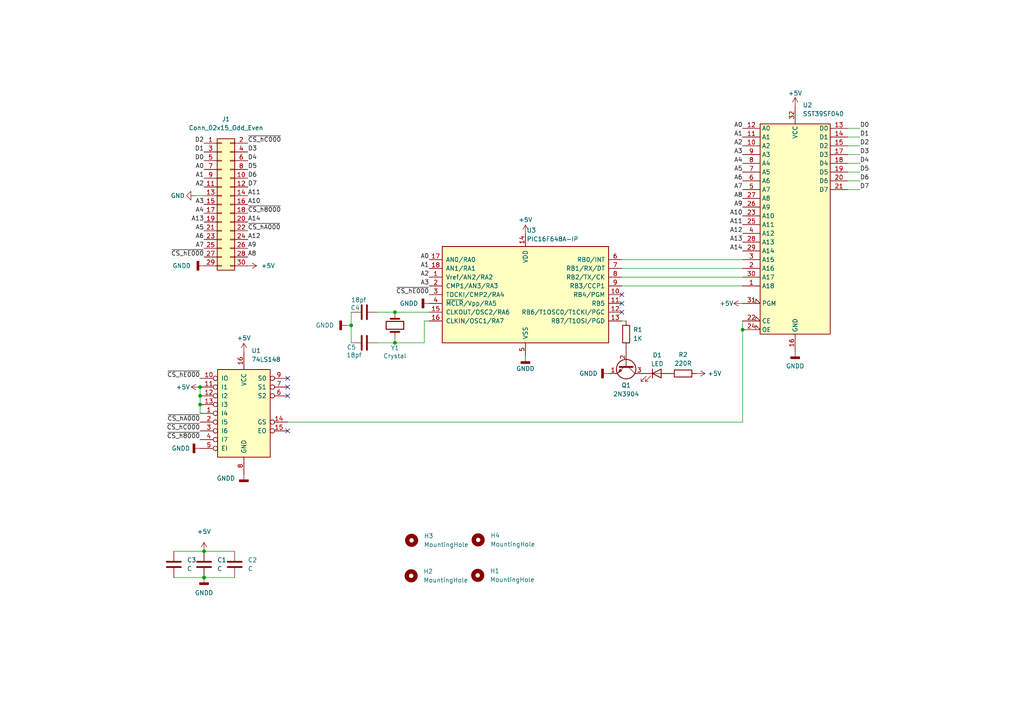
<source format=kicad_sch>
(kicad_sch (version 20230121) (generator eeschema)
  (paper "A4")
  (lib_symbols
    (symbol "74xx:74LS148" (pin_names (offset 1.016))
      (property "Reference" "U" (at -7.62 13.97 0))
      (property "Value" "74LS148" (at -7.62 -13.97 0))
      (symbol "74LS148_1_0"
        (pin input inverted (at -12.7 0 0) (length 5.08) (name "I4") (number "1"))
        (pin input inverted (at -12.7 10.16 0) (length 5.08) (name "IO") (number "10"))
        (pin input inverted (at -12.7 7.62 0) (length 5.08) (name "I1") (number "11"))
        (pin input inverted (at -12.7 5.08 0) (length 5.08) (name "I2") (number "12"))
        (pin input inverted (at -12.7 2.54 0) (length 5.08) (name "I3") (number "13"))
        (pin output inverted (at 12.7 -2.54 180) (length 5.08) (name "GS") (number "14"))
        (pin output inverted (at 12.7 -5.08 180) (length 5.08) (name "EO") (number "15"))
        (pin power_in line (at 0 17.78 270) (length 5.08) (name "VCC") (number "16"))
        (pin input inverted (at -12.7 -2.54 0) (length 5.08) (name "I5") (number "2"))
        (pin input inverted (at -12.7 -5.08 0) (length 5.08) (name "I6") (number "3"))
        (pin input inverted (at -12.7 -7.62 0) (length 5.08) (name "I7") (number "4"))
        (pin input inverted (at -12.7 -10.16 0) (length 5.08) (name "EI") (number "5"))
        (pin output inverted (at 12.7 5.08 180) (length 5.08) (name "S2") (number "6"))
        (pin output inverted (at 12.7 7.62 180) (length 5.08) (name "S1") (number "7"))
        (pin power_in line (at 0 -17.78 90) (length 5.08) (name "GND") (number "8"))
        (pin output inverted (at 12.7 10.16 180) (length 5.08) (name "S0") (number "9"))
      )
      (symbol "74LS148_1_1"
        (rectangle (start -7.62 12.7) (end 7.62 -12.7) (stroke (width 0.254)) (fill (type background)))
      )
    )
    (symbol "Connector_Generic:Conn_02x15_Odd_Even" (pin_names (offset 1.016) hide)
      (property "Reference" "J" (at 1.27 20.32 0))
      (property "Value" "Conn_02x15_Odd_Even" (at 1.27 -20.32 0))
      (symbol "Conn_02x15_Odd_Even_1_1"
        (rectangle (start -1.27 -17.653) (end 0 -17.907) (stroke (width 0.1524)))
        (rectangle (start -1.27 -15.113) (end 0 -15.367) (stroke (width 0.1524)))
        (rectangle (start -1.27 -12.573) (end 0 -12.827) (stroke (width 0.1524)))
        (rectangle (start -1.27 -10.033) (end 0 -10.287) (stroke (width 0.1524)))
        (rectangle (start -1.27 -7.493) (end 0 -7.747) (stroke (width 0.1524)))
        (rectangle (start -1.27 -4.953) (end 0 -5.207) (stroke (width 0.1524)))
        (rectangle (start -1.27 -2.413) (end 0 -2.667) (stroke (width 0.1524)))
        (rectangle (start -1.27 0.127) (end 0 -0.127) (stroke (width 0.1524)))
        (rectangle (start -1.27 2.667) (end 0 2.413) (stroke (width 0.1524)))
        (rectangle (start -1.27 5.207) (end 0 4.953) (stroke (width 0.1524)))
        (rectangle (start -1.27 7.747) (end 0 7.493) (stroke (width 0.1524)))
        (rectangle (start -1.27 10.287) (end 0 10.033) (stroke (width 0.1524)))
        (rectangle (start -1.27 12.827) (end 0 12.573) (stroke (width 0.1524)))
        (rectangle (start -1.27 15.367) (end 0 15.113) (stroke (width 0.1524)))
        (rectangle (start -1.27 17.907) (end 0 17.653) (stroke (width 0.1524)))
        (rectangle (start -1.27 19.05) (end 3.81 -19.05) (stroke (width 0.254)) (fill (type background)))
        (rectangle (start 3.81 -17.653) (end 2.54 -17.907) (stroke (width 0.1524)))
        (rectangle (start 3.81 -15.113) (end 2.54 -15.367) (stroke (width 0.1524)))
        (rectangle (start 3.81 -12.573) (end 2.54 -12.827) (stroke (width 0.1524)))
        (rectangle (start 3.81 -10.033) (end 2.54 -10.287) (stroke (width 0.1524)))
        (rectangle (start 3.81 -7.493) (end 2.54 -7.747) (stroke (width 0.1524)))
        (rectangle (start 3.81 -4.953) (end 2.54 -5.207) (stroke (width 0.1524)))
        (rectangle (start 3.81 -2.413) (end 2.54 -2.667) (stroke (width 0.1524)))
        (rectangle (start 3.81 0.127) (end 2.54 -0.127) (stroke (width 0.1524)))
        (rectangle (start 3.81 2.667) (end 2.54 2.413) (stroke (width 0.1524)))
        (rectangle (start 3.81 5.207) (end 2.54 4.953) (stroke (width 0.1524)))
        (rectangle (start 3.81 7.747) (end 2.54 7.493) (stroke (width 0.1524)))
        (rectangle (start 3.81 10.287) (end 2.54 10.033) (stroke (width 0.1524)))
        (rectangle (start 3.81 12.827) (end 2.54 12.573) (stroke (width 0.1524)))
        (rectangle (start 3.81 15.367) (end 2.54 15.113) (stroke (width 0.1524)))
        (rectangle (start 3.81 17.907) (end 2.54 17.653) (stroke (width 0.1524)))
        (pin passive line (at -5.08 17.78 0) (length 3.81) (name "Pin_1") (number "1"))
        (pin passive line (at 7.62 7.62 180) (length 3.81) (name "Pin_10") (number "10"))
        (pin passive line (at -5.08 5.08 0) (length 3.81) (name "Pin_11") (number "11"))
        (pin passive line (at 7.62 5.08 180) (length 3.81) (name "Pin_12") (number "12"))
        (pin passive line (at -5.08 2.54 0) (length 3.81) (name "Pin_13") (number "13"))
        (pin passive line (at 7.62 2.54 180) (length 3.81) (name "Pin_14") (number "14"))
        (pin passive line (at -5.08 0 0) (length 3.81) (name "Pin_15") (number "15"))
        (pin passive line (at 7.62 0 180) (length 3.81) (name "Pin_16") (number "16"))
        (pin passive line (at -5.08 -2.54 0) (length 3.81) (name "Pin_17") (number "17"))
        (pin passive line (at 7.62 -2.54 180) (length 3.81) (name "Pin_18") (number "18"))
        (pin passive line (at -5.08 -5.08 0) (length 3.81) (name "Pin_19") (number "19"))
        (pin passive line (at 7.62 17.78 180) (length 3.81) (name "Pin_2") (number "2"))
        (pin passive line (at 7.62 -5.08 180) (length 3.81) (name "Pin_20") (number "20"))
        (pin passive line (at -5.08 -7.62 0) (length 3.81) (name "Pin_21") (number "21"))
        (pin passive line (at 7.62 -7.62 180) (length 3.81) (name "Pin_22") (number "22"))
        (pin passive line (at -5.08 -10.16 0) (length 3.81) (name "Pin_23") (number "23"))
        (pin passive line (at 7.62 -10.16 180) (length 3.81) (name "Pin_24") (number "24"))
        (pin passive line (at -5.08 -12.7 0) (length 3.81) (name "Pin_25") (number "25"))
        (pin passive line (at 7.62 -12.7 180) (length 3.81) (name "Pin_26") (number "26"))
        (pin passive line (at -5.08 -15.24 0) (length 3.81) (name "Pin_27") (number "27"))
        (pin passive line (at 7.62 -15.24 180) (length 3.81) (name "Pin_28") (number "28"))
        (pin passive line (at -5.08 -17.78 0) (length 3.81) (name "Pin_29") (number "29"))
        (pin passive line (at -5.08 15.24 0) (length 3.81) (name "Pin_3") (number "3"))
        (pin passive line (at 7.62 -17.78 180) (length 3.81) (name "Pin_30") (number "30"))
        (pin passive line (at 7.62 15.24 180) (length 3.81) (name "Pin_4") (number "4"))
        (pin passive line (at -5.08 12.7 0) (length 3.81) (name "Pin_5") (number "5"))
        (pin passive line (at 7.62 12.7 180) (length 3.81) (name "Pin_6") (number "6"))
        (pin passive line (at -5.08 10.16 0) (length 3.81) (name "Pin_7") (number "7"))
        (pin passive line (at 7.62 10.16 180) (length 3.81) (name "Pin_8") (number "8"))
        (pin passive line (at -5.08 7.62 0) (length 3.81) (name "Pin_9") (number "9"))
      )
    )
    (symbol "Device:C" (pin_numbers hide) (pin_names (offset 0.254))
      (property "Reference" "C" (at 0.635 2.54 0))
      (property "Value" "C" (at 0.635 -2.54 0))
      (symbol "C_0_1"
        (polyline (pts (xy -2.032 -0.762) (xy 2.032 -0.762)) (stroke (width 0.508)))
        (polyline (pts (xy -2.032 0.762) (xy 2.032 0.762)) (stroke (width 0.508)))
      )
      (symbol "C_1_1"
        (pin passive line (at 0 3.81 270) (length 2.794) (name "~") (number "1"))
        (pin passive line (at 0 -3.81 90) (length 2.794) (name "~") (number "2"))
      )
    )
    (symbol "Device:Crystal" (pin_numbers hide) (pin_names (offset 1.016) hide)
      (property "Reference" "Y" (at 0 3.81 0))
      (property "Value" "Crystal" (at 0 -3.81 0))
      (symbol "Crystal_0_1"
        (rectangle (start -1.143 2.54) (end 1.143 -2.54) (stroke (width 0.3048)))
        (polyline (pts (xy -2.54 0) (xy -1.905 0)))
        (polyline (pts (xy -1.905 -1.27) (xy -1.905 1.27)) (stroke (width 0.508)))
        (polyline (pts (xy 1.905 -1.27) (xy 1.905 1.27)) (stroke (width 0.508)))
        (polyline (pts (xy 2.54 0) (xy 1.905 0)))
      )
      (symbol "Crystal_1_1"
        (pin passive line (at -3.81 0 0) (length 1.27) (name "1") (number "1"))
        (pin passive line (at 3.81 0 180) (length 1.27) (name "2") (number "2"))
      )
    )
    (symbol "Device:LED" (pin_numbers hide) (pin_names (offset 1.016) hide)
      (property "Reference" "D" (at 0 2.54 0))
      (property "Value" "LED" (at 0 -2.54 0))
      (symbol "LED_0_1"
        (polyline (pts (xy -1.27 -1.27) (xy -1.27 1.27)) (stroke (width 0.254)))
        (polyline (pts (xy -1.27 0) (xy 1.27 0)))
        (polyline (pts (xy 1.27 -1.27) (xy 1.27 1.27) (xy -1.27 0) (xy 1.27 -1.27)) (stroke (width 0.254)))
        (polyline (pts (xy -3.048 -0.762) (xy -4.572 -2.286) (xy -3.81 -2.286) (xy -4.572 -2.286) (xy -4.572 -1.524)))
        (polyline (pts (xy -1.778 -0.762) (xy -3.302 -2.286) (xy -2.54 -2.286) (xy -3.302 -2.286) (xy -3.302 -1.524)))
      )
      (symbol "LED_1_1"
        (pin passive line (at -3.81 0 0) (length 2.54) (name "K") (number "1"))
        (pin passive line (at 3.81 0 180) (length 2.54) (name "A") (number "2"))
      )
    )
    (symbol "Device:R" (pin_numbers hide) (pin_names (offset 0))
      (property "Reference" "R" (at 2.032 0 90))
      (property "Value" "R" (at 0 0 90))
      (symbol "R_0_1"
        (rectangle (start -1.016 -2.54) (end 1.016 2.54) (stroke (width 0.254)))
      )
      (symbol "R_1_1"
        (pin passive line (at 0 3.81 270) (length 1.27) (name "~") (number "1"))
        (pin passive line (at 0 -3.81 90) (length 1.27) (name "~") (number "2"))
      )
    )
    (symbol "MCU_Microchip_PIC16:PIC16F648A-IP" (pin_names (offset 1.016))
      (property "Reference" "U" (at -24.13 17.78 0))
      (property "Value" "PIC16F648A-IP" (at -24.13 15.24 0))
      (symbol "PIC16F648A-IP_0_1"
        (rectangle (start 24.13 13.97) (end -24.13 -13.97) (stroke (width 0.254)) (fill (type background)))
      )
      (symbol "PIC16F648A-IP_1_1"
        (pin bidirectional line (at 27.94 5.08 180) (length 3.81) (name "Vref/AN2/RA2") (number "1"))
        (pin bidirectional line (at -27.94 0 0) (length 3.81) (name "RB4/PGM") (number "10"))
        (pin bidirectional line (at -27.94 -2.54 0) (length 3.81) (name "RB5") (number "11"))
        (pin bidirectional line (at -27.94 -5.08 0) (length 3.81) (name "RB6/T1OSC0/T1CKI/PGC") (number "12"))
        (pin bidirectional line (at -27.94 -7.62 0) (length 3.81) (name "RB7/T1OSI/PGD") (number "13"))
        (pin power_in line (at 0 17.78 270) (length 3.81) (name "VDD") (number "14"))
        (pin bidirectional line (at 27.94 -5.08 180) (length 3.81) (name "CLKOUT/OSC2/RA6") (number "15"))
        (pin bidirectional line (at 27.94 -7.62 180) (length 3.81) (name "CLKIN/OSC1/RA7") (number "16"))
        (pin bidirectional line (at 27.94 10.16 180) (length 3.81) (name "AN0/RA0") (number "17"))
        (pin bidirectional line (at 27.94 7.62 180) (length 3.81) (name "AN1/RA1") (number "18"))
        (pin bidirectional line (at 27.94 2.54 180) (length 3.81) (name "CMP1/AN3/RA3") (number "2"))
        (pin bidirectional line (at 27.94 0 180) (length 3.81) (name "TOCKI/CMP2/RA4") (number "3"))
        (pin input line (at 27.94 -2.54 180) (length 3.81) (name "~{MCLR}/Vpp/RA5") (number "4"))
        (pin power_in line (at 0 -17.78 90) (length 3.81) (name "VSS") (number "5"))
        (pin bidirectional line (at -27.94 10.16 0) (length 3.81) (name "RB0/INT") (number "6"))
        (pin bidirectional line (at -27.94 7.62 0) (length 3.81) (name "RB1/RX/DT") (number "7"))
        (pin bidirectional line (at -27.94 5.08 0) (length 3.81) (name "RB2/TX/CK") (number "8"))
        (pin bidirectional line (at -27.94 2.54 0) (length 3.81) (name "RB3/CCP1") (number "9"))
      )
    )
    (symbol "Mechanical:MountingHole" (pin_names (offset 1.016))
      (property "Reference" "H" (at 0 5.08 0))
      (property "Value" "MountingHole" (at 0 3.175 0))
      (symbol "MountingHole_0_1"
        (circle (center 0 0) (radius 1.27) (stroke (width 1.27)))
      )
    )
    (symbol "Memory_Flash:SST39SF040"
      (property "Reference" "U" (at 2.54 33.02 0))
      (property "Value" "SST39SF040" (at 0 -30.48 0))
      (symbol "SST39SF040_0_0"
        (pin power_in line (at 0 -34.29 90) (length 5.08) (name "GND") (number "16"))
        (pin power_in line (at 0 36.83 270) (length 5.08) (name "VCC") (number "32"))
      )
      (symbol "SST39SF040_0_1"
        (rectangle (start -10.16 31.75) (end 10.16 -29.21) (stroke (width 0.254)) (fill (type background)))
      )
      (symbol "SST39SF040_1_1"
        (pin input line (at -15.24 -15.24 0) (length 5.08) (name "A18") (number "1"))
        (pin input line (at -15.24 25.4 0) (length 5.08) (name "A2") (number "10"))
        (pin input line (at -15.24 27.94 0) (length 5.08) (name "A1") (number "11"))
        (pin input line (at -15.24 30.48 0) (length 5.08) (name "A0") (number "12"))
        (pin tri_state line (at 15.24 30.48 180) (length 5.08) (name "D0") (number "13"))
        (pin tri_state line (at 15.24 27.94 180) (length 5.08) (name "D1") (number "14"))
        (pin tri_state line (at 15.24 25.4 180) (length 5.08) (name "D2") (number "15"))
        (pin tri_state line (at 15.24 22.86 180) (length 5.08) (name "D3") (number "17"))
        (pin tri_state line (at 15.24 20.32 180) (length 5.08) (name "D4") (number "18"))
        (pin tri_state line (at 15.24 17.78 180) (length 5.08) (name "D5") (number "19"))
        (pin input line (at -15.24 -10.16 0) (length 5.08) (name "A16") (number "2"))
        (pin tri_state line (at 15.24 15.24 180) (length 5.08) (name "D6") (number "20"))
        (pin tri_state line (at 15.24 12.7 180) (length 5.08) (name "D7") (number "21"))
        (pin input input_low (at -15.24 -25.4 0) (length 5.08) (name "CE") (number "22"))
        (pin input line (at -15.24 5.08 0) (length 5.08) (name "A10") (number "23"))
        (pin input input_low (at -15.24 -27.94 0) (length 5.08) (name "OE") (number "24"))
        (pin input line (at -15.24 2.54 0) (length 5.08) (name "A11") (number "25"))
        (pin input line (at -15.24 7.62 0) (length 5.08) (name "A9") (number "26"))
        (pin input line (at -15.24 10.16 0) (length 5.08) (name "A8") (number "27"))
        (pin input line (at -15.24 -2.54 0) (length 5.08) (name "A13") (number "28"))
        (pin input line (at -15.24 -5.08 0) (length 5.08) (name "A14") (number "29"))
        (pin input line (at -15.24 -7.62 0) (length 5.08) (name "A15") (number "3"))
        (pin input line (at -15.24 -12.7 0) (length 5.08) (name "A17") (number "30"))
        (pin input input_low (at -15.24 -20.32 0) (length 5.08) (name "PGM") (number "31"))
        (pin input line (at -15.24 0 0) (length 5.08) (name "A12") (number "4"))
        (pin input line (at -15.24 12.7 0) (length 5.08) (name "A7") (number "5"))
        (pin input line (at -15.24 15.24 0) (length 5.08) (name "A6") (number "6"))
        (pin input line (at -15.24 17.78 0) (length 5.08) (name "A5") (number "7"))
        (pin input line (at -15.24 20.32 0) (length 5.08) (name "A4") (number "8"))
        (pin input line (at -15.24 22.86 0) (length 5.08) (name "A3") (number "9"))
      )
    )
    (symbol "Transistor_BJT:2N3904" (pin_names (offset 0) hide)
      (property "Reference" "Q" (at 5.08 1.905 0))
      (property "Value" "2N3904" (at 5.08 0 0))
      (symbol "2N3904_0_1"
        (polyline (pts (xy 0.635 0.635) (xy 2.54 2.54)))
        (polyline (pts (xy 0.635 -0.635) (xy 2.54 -2.54) (xy 2.54 -2.54)))
        (polyline (pts (xy 0.635 1.905) (xy 0.635 -1.905) (xy 0.635 -1.905)) (stroke (width 0.508)))
        (polyline (pts (xy 1.27 -1.778) (xy 1.778 -1.27) (xy 2.286 -2.286) (xy 1.27 -1.778) (xy 1.27 -1.778)) (fill (type outline)))
        (circle (center 1.27 0) (radius 2.8194) (stroke (width 0.254)))
      )
      (symbol "2N3904_1_1"
        (pin passive line (at 2.54 -5.08 90) (length 2.54) (name "E") (number "1"))
        (pin passive line (at -5.08 0 0) (length 5.715) (name "B") (number "2"))
        (pin passive line (at 2.54 5.08 270) (length 2.54) (name "C") (number "3"))
      )
    )
    (symbol "power:+5V" (power) (pin_names (offset 0))
      (property "Value" "+5V" (at 0 3.556 0))
      (symbol "+5V_0_1"
        (polyline (pts (xy -0.762 1.27) (xy 0 2.54)))
        (polyline (pts (xy 0 0) (xy 0 2.54)))
        (polyline (pts (xy 0 2.54) (xy 0.762 1.27)))
      )
      (symbol "+5V_1_1"
        (pin power_in line (at 0 0 90) (length 0) hide (name "+5V") (number "1"))
      )
    )
    (symbol "power:GND" (power) (pin_names (offset 0))
      (property "Value" "GND" (at 0 -3.81 0))
      (symbol "GND_0_1"
        (polyline (pts (xy 0 0) (xy 0 -1.27) (xy 1.27 -1.27) (xy 0 -2.54) (xy -1.27 -1.27) (xy 0 -1.27)))
      )
      (symbol "GND_1_1"
        (pin power_in line (at 0 0 270) (length 0) hide (name "GND") (number "1"))
      )
    )
    (symbol "power:GNDD" (power) (pin_names (offset 0))
      (property "Value" "GNDD" (at 0 -3.175 0))
      (symbol "GNDD_0_1"
        (rectangle (start -1.27 -1.524) (end 1.27 -2.032) (stroke (width 0.254)) (fill (type outline)))
        (polyline (pts (xy 0 0) (xy 0 -1.524)))
      )
      (symbol "GNDD_1_1"
        (pin power_in line (at 0 0 270) (length 0) hide (name "GNDD") (number "1"))
      )
    )
  )
  (junction (at 58.039 112.268))
  (junction (at 59.182 159.893))
  (junction (at 215.392 95.631))
  (junction (at 114.554 99.441))
  (junction (at 101.854 94.361))
  (junction (at 58.039 114.808))
  (junction (at 58.039 117.348))
  (junction (at 114.554 90.551))
  (junction (at 59.182 167.513))
  (no_connect (at 83.439 124.968))
  (no_connect (at 83.439 109.728))
  (no_connect (at 83.439 112.268))
  (no_connect (at 83.439 114.808))
  (no_connect (at 180.34 85.471))
  (no_connect (at 180.34 88.011))
  (no_connect (at 180.34 90.551))
  (wire (pts (xy 245.872 39.751) (xy 249.428 39.751)))
  (wire (pts (xy 180.34 75.311) (xy 215.392 75.311)))
  (wire (pts (xy 123.063 93.091) (xy 124.46 93.091)))
  (wire (pts (xy 180.34 80.391) (xy 215.392 80.391)))
  (wire (pts (xy 245.872 54.991) (xy 249.428 54.991)))
  (wire (pts (xy 109.474 90.551) (xy 114.554 90.551)))
  (wire (pts (xy 58.039 117.348) (xy 58.039 119.888)))
  (wire (pts (xy 83.439 122.428) (xy 215.392 122.428)))
  (wire (pts (xy 101.854 94.361) (xy 101.854 99.441)))
  (wire (pts (xy 58.039 112.268) (xy 58.039 114.808)))
  (wire (pts (xy 245.872 49.911) (xy 249.428 49.911)))
  (wire (pts (xy 180.34 77.851) (xy 215.392 77.851)))
  (wire (pts (xy 58.039 114.808) (xy 58.039 117.348)))
  (wire (pts (xy 100.584 94.361) (xy 101.854 94.361)))
  (wire (pts (xy 152.4 103.251) (xy 152.4 103.378)))
  (wire (pts (xy 245.872 42.291) (xy 249.428 42.291)))
  (wire (pts (xy 50.419 167.513) (xy 59.182 167.513)))
  (wire (pts (xy 245.872 47.371) (xy 249.428 47.371)))
  (wire (pts (xy 245.872 37.211) (xy 249.428 37.211)))
  (wire (pts (xy 114.554 99.441) (xy 123.063 99.441)))
  (wire (pts (xy 215.392 95.631) (xy 215.392 122.428)))
  (wire (pts (xy 215.392 93.091) (xy 215.392 95.631)))
  (wire (pts (xy 181.61 93.091) (xy 180.34 93.091)))
  (wire (pts (xy 245.872 44.831) (xy 249.428 44.831)))
  (wire (pts (xy 114.554 98.171) (xy 114.554 99.441)))
  (wire (pts (xy 180.34 82.931) (xy 215.392 82.931)))
  (wire (pts (xy 59.182 167.513) (xy 68.072 167.513)))
  (wire (pts (xy 59.182 159.893) (xy 68.072 159.893)))
  (wire (pts (xy 109.474 99.441) (xy 114.554 99.441)))
  (wire (pts (xy 101.854 90.551) (xy 101.854 94.361)))
  (wire (pts (xy 152.4 67.691) (xy 152.4 67.818)))
  (wire (pts (xy 245.872 52.451) (xy 249.428 52.451)))
  (wire (pts (xy 123.063 93.091) (xy 123.063 99.441)))
  (wire (pts (xy 114.554 90.551) (xy 124.46 90.551)))
  (wire (pts (xy 50.419 159.893) (xy 59.182 159.893)))
  (wire (pts (xy 56.642 56.769) (xy 59.182 56.769)))
  (label "D7" (at 71.882 54.229 0))
  (label "A3" (at 124.46 82.931 180))
  (label "A1" (at 124.46 77.851 180))
  (label "A13" (at 215.392 70.231 180))
  (label "D3" (at 249.428 44.831 0))
  (label "~{CS_h8000}" (at 71.882 61.849 0))
  (label "A8" (at 71.882 74.549 0))
  (label "A9" (at 71.882 72.009 0))
  (label "~{CS_hC000}" (at 71.882 41.529 0))
  (label "~{CS_hA000}" (at 58.039 122.428 180))
  (label "A2" (at 215.392 42.291 180))
  (label "A10" (at 71.882 59.309 0))
  (label "A4" (at 215.392 47.371 180))
  (label "D7" (at 249.428 54.991 0))
  (label "A14" (at 71.882 64.389 0))
  (label "D2" (at 59.182 41.529 180))
  (label "A3" (at 59.182 59.309 180))
  (label "A2" (at 59.182 54.229 180))
  (label "A5" (at 215.392 49.911 180))
  (label "A0" (at 215.392 37.211 180))
  (label "D5" (at 71.882 49.149 0))
  (label "D5" (at 249.428 49.911 0))
  (label "D6" (at 249.428 52.451 0))
  (label "A14" (at 215.392 72.771 180))
  (label "A11" (at 215.392 65.151 180))
  (label "A12" (at 215.392 67.691 180))
  (label "A0" (at 59.182 49.149 180))
  (label "~{CS_hC000}" (at 58.039 124.968 180))
  (label "D1" (at 59.182 44.069 180))
  (label "D4" (at 249.428 47.371 0))
  (label "A6" (at 59.182 69.469 180))
  (label "A3" (at 215.392 44.831 180))
  (label "A7" (at 59.182 72.009 180))
  (label "D3" (at 71.882 44.069 0))
  (label "A13" (at 59.182 64.389 180))
  (label "~{CS_hA000}" (at 71.882 66.929 0))
  (label "A11" (at 71.882 56.769 0))
  (label "A8" (at 215.392 57.531 180))
  (label "D4" (at 71.882 46.609 0))
  (label "A2" (at 124.46 80.391 180))
  (label "A10" (at 215.392 62.611 180))
  (label "A6" (at 215.392 52.451 180))
  (label "D6" (at 71.882 51.689 0))
  (label "D2" (at 249.428 42.291 0))
  (label "A9" (at 215.392 60.071 180))
  (label "~{CS_hE000}" (at 58.039 109.728 180))
  (label "A4" (at 59.182 61.849 180))
  (label "~{CS_hE000}" (at 124.46 85.471 180))
  (label "D0" (at 59.182 46.609 180))
  (label "~{CS_hE000}" (at 59.182 74.549 180))
  (label "A1" (at 59.182 51.689 180))
  (label "A0" (at 124.46 75.311 180))
  (label "A7" (at 215.392 54.991 180))
  (label "A5" (at 59.182 66.929 180))
  (label "A1" (at 215.392 39.751 180))
  (label "D0" (at 249.428 37.211 0))
  (label "A12" (at 71.882 69.469 0))
  (label "D1" (at 249.428 39.751 0))
  (label "~{CS_h8000}" (at 58.039 127.508 180))
  (symbol (lib_id "Device:LED") (at 190.5 108.331 0) (unit 1)
    (property "Reference" "D1" (at 190.627 102.997 0))
    (property "Value" "LED" (at 190.627 105.537 0))
    (property "Footprint" "LED_THT:LED_D3.0mm" (effects hide))
  )
  (symbol (lib_id "power:GNDD") (at 176.53 108.331 270) (unit 1)
    (property "Reference" "#PWR09" (effects hide))
    (property "Value" "GNDD" (at 173.355 108.331 90) (effects (justify right)))
  )
  (symbol (lib_id "power:+5V") (at 230.632 30.861 0) (unit 1)
    (property "Reference" "#PWR0145" (effects hide))
    (property "Value" "+5V" (at 232.664 27.051 0) (effects (justify right)))
  )
  (symbol (lib_id "74xx:74LS148") (at 70.739 119.888 0) (unit 1)
    (property "Reference" "U1" (at 72.9331 101.727 0) (effects (justify left)))
    (property "Value" "74LS148" (at 72.9331 104.267 0) (effects (justify left)))
    (property "Footprint" "Package_DIP:DIP-16_W7.62mm" (effects hide))
    (property "Datasheet" "http://www.ti.com/lit/gpn/sn74LS148" (effects hide))
  )
  (symbol (lib_id "power:GNDD") (at 230.632 101.981 0) (unit 1)
    (property "Reference" "#PWR01" (effects hide))
    (property "Value" "GNDD" (at 230.632 106.172 0))
  )
  (symbol (lib_id "Device:C") (at 68.072 163.703 0) (unit 1)
    (property "Reference" "C2" (at 71.882 162.4329 0) (effects (justify left)))
    (property "Value" "C" (at 71.882 164.9729 0) (effects (justify left)))
    (property "Footprint" "Capacitor_THT:C_Disc_D5.0mm_W2.5mm_P5.00mm" (effects hide))
  )
  (symbol (lib_id "Transistor_BJT:2N3904") (at 181.61 105.791 270) (unit 1)
    (property "Reference" "Q1" (at 181.61 111.76 90))
    (property "Value" "2N3904" (at 181.61 114.3 90))
    (property "Footprint" "Package_TO_SOT_THT:TO-92_Wide" (effects hide))
    (property "Datasheet" "https://www.onsemi.com/pub/Collateral/2N3903-D.PDF" (effects hide))
  )
  (symbol (lib_id "power:+5V") (at 70.739 102.108 0) (unit 1)
    (property "Reference" "#PWR011" (effects hide))
    (property "Value" "+5V" (at 70.739 98.044 0))
  )
  (symbol (lib_id "power:GNDD") (at 100.584 94.361 270) (mirror x) (unit 1)
    (property "Reference" "#PWR03" (effects hide))
    (property "Value" "GNDD" (at 96.901 94.361 90) (effects (justify right)))
  )
  (symbol (lib_id "power:GNDD") (at 58.039 130.048 270) (mirror x) (unit 1)
    (property "Reference" "#PWR014" (effects hide))
    (property "Value" "GNDD" (at 55.118 130.048 90) (effects (justify right)))
  )
  (symbol (lib_id "power:+5V") (at 215.392 88.011 90) (unit 1)
    (property "Reference" "#PWR02" (effects hide))
    (property "Value" "+5V" (at 208.661 88.011 90) (effects (justify right)))
  )
  (symbol (lib_id "Device:R") (at 198.12 108.331 90) (unit 1)
    (property "Reference" "R2" (at 198.12 102.87 90))
    (property "Value" "220R" (at 198.12 105.41 90))
    (property "Footprint" "Resistor_THT:R_Axial_DIN0207_L6.3mm_D2.5mm_P7.62mm_Horizontal" (effects hide))
  )
  (symbol (lib_id "Device:R") (at 181.61 96.901 180) (unit 1)
    (property "Reference" "R1" (at 183.642 95.631 0) (effects (justify right)))
    (property "Value" "1K" (at 183.642 98.171 0) (effects (justify right)))
    (property "Footprint" "Resistor_THT:R_Axial_DIN0207_L6.3mm_D2.5mm_P7.62mm_Horizontal" (effects hide))
  )
  (symbol (lib_id "Mechanical:MountingHole") (at 138.557 166.878 0) (unit 1)
    (property "Reference" "H1" (at 142.113 165.608 0) (effects (justify left)))
    (property "Value" "MountingHole" (at 142.113 168.148 0) (effects (justify left)))
    (property "Footprint" "MountingHole:MountingHole_3.2mm_M3_Pad" (effects hide))
  )
  (symbol (lib_id "Device:C") (at 59.182 163.703 0) (unit 1)
    (property "Reference" "C1" (at 62.992 162.4329 0) (effects (justify left)))
    (property "Value" "C" (at 62.992 164.9729 0) (effects (justify left)))
    (property "Footprint" "Capacitor_THT:C_Disc_D5.0mm_W2.5mm_P5.00mm" (effects hide))
  )
  (symbol (lib_id "Mechanical:MountingHole") (at 138.684 156.591 0) (unit 1)
    (property "Reference" "H4" (at 142.24 155.321 0) (effects (justify left)))
    (property "Value" "MountingHole" (at 142.24 157.861 0) (effects (justify left)))
    (property "Footprint" "MountingHole:MountingHole_3.2mm_M3_Pad" (effects hide))
  )
  (symbol (lib_id "power:+5V") (at 201.93 108.331 270) (unit 1)
    (property "Reference" "#PWR010" (effects hide))
    (property "Value" "+5V" (at 207.264 108.331 90))
  )
  (symbol (lib_id "Device:Crystal") (at 114.554 94.361 270) (unit 1)
    (property "Reference" "Y1" (at 114.554 100.9396 90))
    (property "Value" "Crystal" (at 114.554 103.251 90))
    (property "Footprint" "Crystal:Crystal_HC49-4H_Vertical" (effects hide))
  )
  (symbol (lib_id "power:+5V") (at 58.039 112.268 90) (unit 1)
    (property "Reference" "#PWR013" (effects hide))
    (property "Value" "+5V" (at 53.086 112.268 90))
  )
  (symbol (lib_id "Mechanical:MountingHole") (at 119.38 156.718 0) (unit 1)
    (property "Reference" "H3" (at 122.936 155.448 0) (effects (justify left)))
    (property "Value" "MountingHole" (at 122.936 157.988 0) (effects (justify left)))
    (property "Footprint" "MountingHole:MountingHole_3.2mm_M3_Pad" (effects hide))
  )
  (symbol (lib_id "power:GNDD") (at 59.182 77.089 270) (unit 1)
    (property "Reference" "#PWR0139" (effects hide))
    (property "Value" "GNDD" (at 55.372 77.0889 90) (effects (justify right)))
  )
  (symbol (lib_id "Mechanical:MountingHole") (at 119.253 167.005 0) (unit 1)
    (property "Reference" "H2" (at 122.809 165.735 0) (effects (justify left)))
    (property "Value" "MountingHole" (at 122.809 168.275 0) (effects (justify left)))
    (property "Footprint" "MountingHole:MountingHole_3.2mm_M3_Pad" (effects hide))
  )
  (symbol (lib_id "Device:C") (at 50.419 163.703 0) (unit 1)
    (property "Reference" "C3" (at 54.229 162.4329 0) (effects (justify left)))
    (property "Value" "C" (at 54.229 164.9729 0) (effects (justify left)))
    (property "Footprint" "Capacitor_THT:C_Disc_D5.0mm_W2.5mm_P5.00mm" (effects hide))
  )
  (symbol (lib_id "power:GNDD") (at 152.4 103.378 0) (mirror y) (unit 1)
    (property "Reference" "#PWR08" (effects hide))
    (property "Value" "GNDD" (at 155.067 106.934 0) (effects (justify left)))
  )
  (symbol (lib_id "Device:C") (at 105.664 90.551 90) (unit 1)
    (property "Reference" "C4" (at 104.394 89.281 90) (effects (justify left)))
    (property "Value" "18pf" (at 106.299 86.995 90) (effects (justify left)))
    (property "Footprint" "Capacitor_THT:C_Disc_D3.0mm_W1.6mm_P2.50mm" (effects hide))
  )
  (symbol (lib_id "power:GNDD") (at 124.46 88.011 270) (unit 1)
    (property "Reference" "#PWR04" (effects hide))
    (property "Value" "GNDD" (at 121.285 88.011 90) (effects (justify right)))
  )
  (symbol (lib_id "Connector_Generic:Conn_02x15_Odd_Even") (at 64.262 59.309 0) (unit 1)
    (property "Reference" "J1" (at 65.532 34.544 0))
    (property "Value" "Conn_02x15_Odd_Even" (at 65.532 37.084 0))
    (property "Footprint" "Connector_PCBEdge_EXT:Colecovision_Cartridge" (effects hide))
  )
  (symbol (lib_id "Device:C") (at 105.664 99.441 270) (unit 1)
    (property "Reference" "C5" (at 100.584 100.711 90) (effects (justify left)))
    (property "Value" "18pf" (at 100.457 102.997 90) (effects (justify left)))
    (property "Footprint" "Capacitor_THT:C_Disc_D3.0mm_W1.6mm_P2.50mm" (effects hide))
  )
  (symbol (lib_id "power:+5V") (at 71.882 77.089 270) (unit 1)
    (property "Reference" "#PWR0140" (effects hide))
    (property "Value" "+5V" (at 75.692 77.0889 90) (effects (justify left)))
  )
  (symbol (lib_id "Memory_Flash:SST39SF040") (at 230.632 67.691 0) (unit 1)
    (property "Reference" "U2" (at 232.8261 30.48 0) (effects (justify left)))
    (property "Value" "SST39SF040" (at 232.8261 33.02 0) (effects (justify left)))
    (property "Footprint" "Package_DIP:DIP-32_W15.24mm" (effects hide))
    (property "Datasheet" "http://ww1.microchip.com/downloads/en/DeviceDoc/25022B.pdf" (effects hide))
  )
  (symbol (lib_id "power:GND") (at 56.642 56.769 270) (mirror x) (unit 1)
    (property "Reference" "#PWR0138" (effects hide))
    (property "Value" "GND" (at 51.562 56.769 90))
  )
  (symbol (lib_id "power:GNDD") (at 70.739 137.668 0) (mirror y) (unit 1)
    (property "Reference" "#PWR012" (effects hide))
    (property "Value" "GNDD" (at 68.199 138.7474 0) (effects (justify left)))
  )
  (symbol (lib_id "MCU_Microchip_PIC16:PIC16F648A-IP") (at 152.4 85.471 0) (mirror y) (unit 1)
    (property "Reference" "U3" (at 152.7459 66.802 0) (effects (justify right)))
    (property "Value" "PIC16F648A-IP" (at 152.7459 69.342 0) (effects (justify right)))
    (property "Footprint" "Package_DIP:DIP-18_W7.62mm" (effects hide))
    (property "Datasheet" "http://ww1.microchip.com/downloads/en/DeviceDoc/40300c.pdf" (effects hide))
  )
  (symbol (lib_id "power:+5V") (at 152.4 67.818 0) (unit 1)
    (property "Reference" "#PWR07" (effects hide))
    (property "Value" "+5V" (at 152.4 63.754 0))
  )
  (symbol (lib_id "power:+5V") (at 59.182 159.893 0) (unit 1)
    (property "Reference" "#PWR0129" (effects hide))
    (property "Value" "+5V" (at 59.182 154.178 0))
  )
  (symbol (lib_id "power:GNDD") (at 59.182 167.513 0) (unit 1)
    (property "Reference" "#PWR0130" (effects hide))
    (property "Value" "GNDD" (at 59.182 171.958 0))
  )
)
</source>
